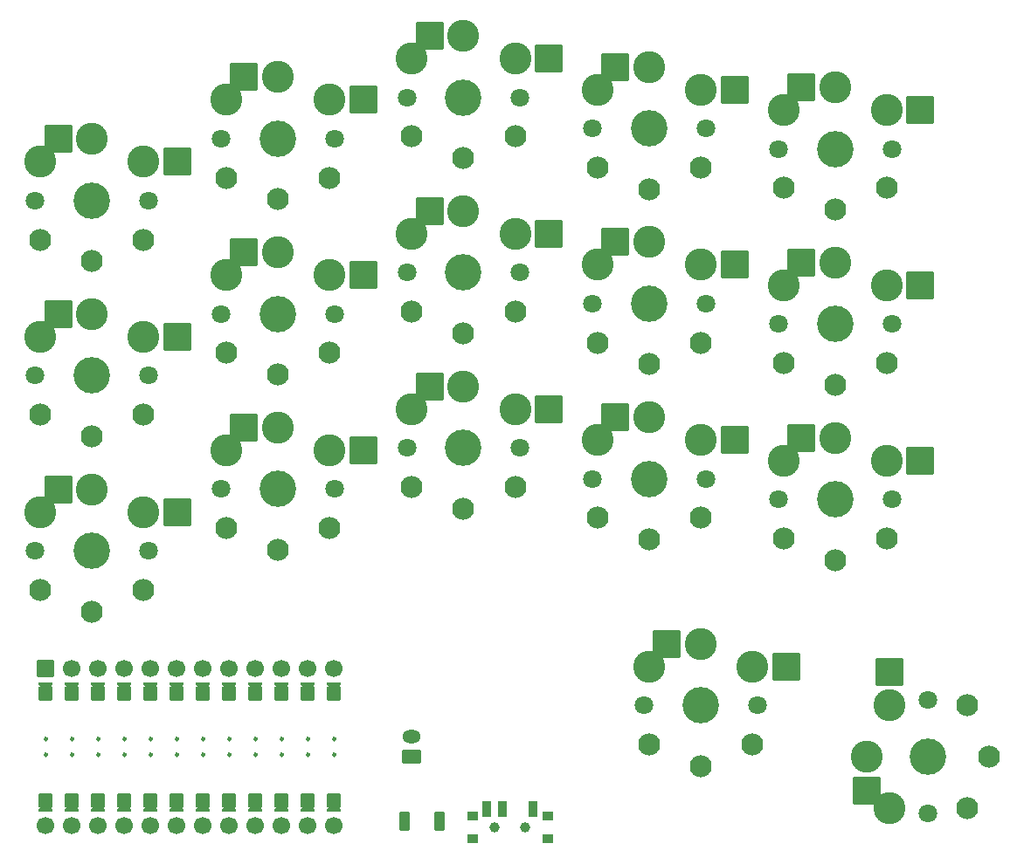
<source format=gbr>
%TF.GenerationSoftware,KiCad,Pcbnew,(6.0.9)*%
%TF.CreationDate,2022-12-19T17:51:50-06:00*%
%TF.ProjectId,gentle34,67656e74-6c65-4333-942e-6b696361645f,v1.0.0*%
%TF.SameCoordinates,Original*%
%TF.FileFunction,Soldermask,Bot*%
%TF.FilePolarity,Negative*%
%FSLAX46Y46*%
G04 Gerber Fmt 4.6, Leading zero omitted, Abs format (unit mm)*
G04 Created by KiCad (PCBNEW (6.0.9)) date 2022-12-19 17:51:50*
%MOMM*%
%LPD*%
G01*
G04 APERTURE LIST*
G04 Aperture macros list*
%AMRoundRect*
0 Rectangle with rounded corners*
0 $1 Rounding radius*
0 $2 $3 $4 $5 $6 $7 $8 $9 X,Y pos of 4 corners*
0 Add a 4 corners polygon primitive as box body*
4,1,4,$2,$3,$4,$5,$6,$7,$8,$9,$2,$3,0*
0 Add four circle primitives for the rounded corners*
1,1,$1+$1,$2,$3*
1,1,$1+$1,$4,$5*
1,1,$1+$1,$6,$7*
1,1,$1+$1,$8,$9*
0 Add four rect primitives between the rounded corners*
20,1,$1+$1,$2,$3,$4,$5,0*
20,1,$1+$1,$4,$5,$6,$7,0*
20,1,$1+$1,$6,$7,$8,$9,0*
20,1,$1+$1,$8,$9,$2,$3,0*%
%AMFreePoly0*
4,1,16,0.635355,1.035355,0.650000,1.000000,0.650000,-0.250000,0.635355,-0.285355,0.600000,-0.300000,-0.600000,-0.300000,-0.635355,-0.285355,-0.650000,-0.250000,-0.650000,1.000000,-0.635355,1.035355,-0.600000,1.050000,-0.564645,1.035355,0.000000,0.470710,0.564645,1.035355,0.600000,1.050000,0.635355,1.035355,0.635355,1.035355,$1*%
%AMFreePoly1*
4,1,14,0.635355,0.435355,0.650000,0.400000,0.650000,0.200000,0.635355,0.164645,0.035355,-0.435355,0.000000,-0.450000,-0.035355,-0.435355,-0.635355,0.164645,-0.650000,0.200000,-0.650000,0.400000,-0.635355,0.435355,-0.600000,0.450000,0.600000,0.450000,0.635355,0.435355,0.635355,0.435355,$1*%
G04 Aperture macros list end*
%ADD10C,0.250000*%
%ADD11C,0.100000*%
%ADD12C,3.529000*%
%ADD13C,1.801800*%
%ADD14C,3.100000*%
%ADD15RoundRect,0.050000X-1.300000X-1.300000X1.300000X-1.300000X1.300000X1.300000X-1.300000X1.300000X0*%
%ADD16C,2.132000*%
%ADD17RoundRect,0.050000X1.300000X-1.300000X1.300000X1.300000X-1.300000X1.300000X-1.300000X-1.300000X0*%
%ADD18C,1.700000*%
%ADD19RoundRect,0.050000X-0.800000X-0.800000X0.800000X-0.800000X0.800000X0.800000X-0.800000X0.800000X0*%
%ADD20FreePoly0,180.000000*%
%ADD21FreePoly1,180.000000*%
%ADD22FreePoly1,0.000000*%
%ADD23FreePoly0,0.000000*%
%ADD24C,1.000000*%
%ADD25RoundRect,0.050000X-0.350000X-0.750000X0.350000X-0.750000X0.350000X0.750000X-0.350000X0.750000X0*%
%ADD26RoundRect,0.050000X-0.500000X-0.400000X0.500000X-0.400000X0.500000X0.400000X-0.500000X0.400000X0*%
%ADD27RoundRect,0.050000X-0.450000X-0.850000X0.450000X-0.850000X0.450000X0.850000X-0.450000X0.850000X0*%
%ADD28RoundRect,0.050000X0.850000X-0.600000X0.850000X0.600000X-0.850000X0.600000X-0.850000X-0.600000X0*%
%ADD29O,1.800000X1.300000*%
G04 APERTURE END LIST*
D10*
%TO.C,MCU1*%
X41595000Y-19762000D02*
G75*
G03*
X41595000Y-19762000I-125000J0D01*
G01*
X41595000Y-18238000D02*
G75*
G03*
X41595000Y-18238000I-125000J0D01*
G01*
X39055000Y-19762000D02*
G75*
G03*
X39055000Y-19762000I-125000J0D01*
G01*
X39055000Y-18238000D02*
G75*
G03*
X39055000Y-18238000I-125000J0D01*
G01*
X36515000Y-19762000D02*
G75*
G03*
X36515000Y-19762000I-125000J0D01*
G01*
X36515000Y-18238000D02*
G75*
G03*
X36515000Y-18238000I-125000J0D01*
G01*
X33975000Y-19762000D02*
G75*
G03*
X33975000Y-19762000I-125000J0D01*
G01*
X33975000Y-18238000D02*
G75*
G03*
X33975000Y-18238000I-125000J0D01*
G01*
X31435000Y-19762000D02*
G75*
G03*
X31435000Y-19762000I-125000J0D01*
G01*
X31435000Y-18238000D02*
G75*
G03*
X31435000Y-18238000I-125000J0D01*
G01*
X28895000Y-19762000D02*
G75*
G03*
X28895000Y-19762000I-125000J0D01*
G01*
X28895000Y-18238000D02*
G75*
G03*
X28895000Y-18238000I-125000J0D01*
G01*
X26355000Y-19762000D02*
G75*
G03*
X26355000Y-19762000I-125000J0D01*
G01*
X26355000Y-18238000D02*
G75*
G03*
X26355000Y-18238000I-125000J0D01*
G01*
X23815000Y-19762000D02*
G75*
G03*
X23815000Y-19762000I-125000J0D01*
G01*
X23815000Y-18238000D02*
G75*
G03*
X23815000Y-18238000I-125000J0D01*
G01*
X21275000Y-19762000D02*
G75*
G03*
X21275000Y-19762000I-125000J0D01*
G01*
X21275000Y-18238000D02*
G75*
G03*
X21275000Y-18238000I-125000J0D01*
G01*
X18735000Y-19762000D02*
G75*
G03*
X18735000Y-19762000I-125000J0D01*
G01*
X18735000Y-18238000D02*
G75*
G03*
X18735000Y-18238000I-125000J0D01*
G01*
X16195000Y-18238000D02*
G75*
G03*
X16195000Y-18238000I-125000J0D01*
G01*
X16195000Y-19762000D02*
G75*
G03*
X16195000Y-19762000I-125000J0D01*
G01*
X13655000Y-19762000D02*
G75*
G03*
X13655000Y-19762000I-125000J0D01*
G01*
X13655000Y-18238000D02*
G75*
G03*
X13655000Y-18238000I-125000J0D01*
G01*
G36*
X41978000Y-13920000D02*
G01*
X40962000Y-13920000D01*
X40962000Y-12904000D01*
X41978000Y-12904000D01*
X41978000Y-13920000D01*
G37*
D11*
X41978000Y-13920000D02*
X40962000Y-13920000D01*
X40962000Y-12904000D01*
X41978000Y-12904000D01*
X41978000Y-13920000D01*
G36*
X39438000Y-13920000D02*
G01*
X38422000Y-13920000D01*
X38422000Y-12904000D01*
X39438000Y-12904000D01*
X39438000Y-13920000D01*
G37*
X39438000Y-13920000D02*
X38422000Y-13920000D01*
X38422000Y-12904000D01*
X39438000Y-12904000D01*
X39438000Y-13920000D01*
G36*
X36898000Y-13920000D02*
G01*
X35882000Y-13920000D01*
X35882000Y-12904000D01*
X36898000Y-12904000D01*
X36898000Y-13920000D01*
G37*
X36898000Y-13920000D02*
X35882000Y-13920000D01*
X35882000Y-12904000D01*
X36898000Y-12904000D01*
X36898000Y-13920000D01*
G36*
X34358000Y-13920000D02*
G01*
X33342000Y-13920000D01*
X33342000Y-12904000D01*
X34358000Y-12904000D01*
X34358000Y-13920000D01*
G37*
X34358000Y-13920000D02*
X33342000Y-13920000D01*
X33342000Y-12904000D01*
X34358000Y-12904000D01*
X34358000Y-13920000D01*
G36*
X31818000Y-13920000D02*
G01*
X30802000Y-13920000D01*
X30802000Y-12904000D01*
X31818000Y-12904000D01*
X31818000Y-13920000D01*
G37*
X31818000Y-13920000D02*
X30802000Y-13920000D01*
X30802000Y-12904000D01*
X31818000Y-12904000D01*
X31818000Y-13920000D01*
G36*
X29278000Y-13920000D02*
G01*
X28262000Y-13920000D01*
X28262000Y-12904000D01*
X29278000Y-12904000D01*
X29278000Y-13920000D01*
G37*
X29278000Y-13920000D02*
X28262000Y-13920000D01*
X28262000Y-12904000D01*
X29278000Y-12904000D01*
X29278000Y-13920000D01*
G36*
X26738000Y-13920000D02*
G01*
X25722000Y-13920000D01*
X25722000Y-12904000D01*
X26738000Y-12904000D01*
X26738000Y-13920000D01*
G37*
X26738000Y-13920000D02*
X25722000Y-13920000D01*
X25722000Y-12904000D01*
X26738000Y-12904000D01*
X26738000Y-13920000D01*
G36*
X24198000Y-13920000D02*
G01*
X23182000Y-13920000D01*
X23182000Y-12904000D01*
X24198000Y-12904000D01*
X24198000Y-13920000D01*
G37*
X24198000Y-13920000D02*
X23182000Y-13920000D01*
X23182000Y-12904000D01*
X24198000Y-12904000D01*
X24198000Y-13920000D01*
G36*
X21658000Y-13920000D02*
G01*
X20642000Y-13920000D01*
X20642000Y-12904000D01*
X21658000Y-12904000D01*
X21658000Y-13920000D01*
G37*
X21658000Y-13920000D02*
X20642000Y-13920000D01*
X20642000Y-12904000D01*
X21658000Y-12904000D01*
X21658000Y-13920000D01*
G36*
X19118000Y-13920000D02*
G01*
X18102000Y-13920000D01*
X18102000Y-12904000D01*
X19118000Y-12904000D01*
X19118000Y-13920000D01*
G37*
X19118000Y-13920000D02*
X18102000Y-13920000D01*
X18102000Y-12904000D01*
X19118000Y-12904000D01*
X19118000Y-13920000D01*
G36*
X16578000Y-13920000D02*
G01*
X15562000Y-13920000D01*
X15562000Y-12904000D01*
X16578000Y-12904000D01*
X16578000Y-13920000D01*
G37*
X16578000Y-13920000D02*
X15562000Y-13920000D01*
X15562000Y-12904000D01*
X16578000Y-12904000D01*
X16578000Y-13920000D01*
G36*
X14038000Y-13920000D02*
G01*
X13022000Y-13920000D01*
X13022000Y-12904000D01*
X14038000Y-12904000D01*
X14038000Y-13920000D01*
G37*
X14038000Y-13920000D02*
X13022000Y-13920000D01*
X13022000Y-12904000D01*
X14038000Y-12904000D01*
X14038000Y-13920000D01*
G36*
X41978000Y-25096000D02*
G01*
X40962000Y-25096000D01*
X40962000Y-24080000D01*
X41978000Y-24080000D01*
X41978000Y-25096000D01*
G37*
X41978000Y-25096000D02*
X40962000Y-25096000D01*
X40962000Y-24080000D01*
X41978000Y-24080000D01*
X41978000Y-25096000D01*
G36*
X39438000Y-25096000D02*
G01*
X38422000Y-25096000D01*
X38422000Y-24080000D01*
X39438000Y-24080000D01*
X39438000Y-25096000D01*
G37*
X39438000Y-25096000D02*
X38422000Y-25096000D01*
X38422000Y-24080000D01*
X39438000Y-24080000D01*
X39438000Y-25096000D01*
G36*
X36898000Y-25096000D02*
G01*
X35882000Y-25096000D01*
X35882000Y-24080000D01*
X36898000Y-24080000D01*
X36898000Y-25096000D01*
G37*
X36898000Y-25096000D02*
X35882000Y-25096000D01*
X35882000Y-24080000D01*
X36898000Y-24080000D01*
X36898000Y-25096000D01*
G36*
X34358000Y-25096000D02*
G01*
X33342000Y-25096000D01*
X33342000Y-24080000D01*
X34358000Y-24080000D01*
X34358000Y-25096000D01*
G37*
X34358000Y-25096000D02*
X33342000Y-25096000D01*
X33342000Y-24080000D01*
X34358000Y-24080000D01*
X34358000Y-25096000D01*
G36*
X31818000Y-25096000D02*
G01*
X30802000Y-25096000D01*
X30802000Y-24080000D01*
X31818000Y-24080000D01*
X31818000Y-25096000D01*
G37*
X31818000Y-25096000D02*
X30802000Y-25096000D01*
X30802000Y-24080000D01*
X31818000Y-24080000D01*
X31818000Y-25096000D01*
G36*
X29278000Y-25096000D02*
G01*
X28262000Y-25096000D01*
X28262000Y-24080000D01*
X29278000Y-24080000D01*
X29278000Y-25096000D01*
G37*
X29278000Y-25096000D02*
X28262000Y-25096000D01*
X28262000Y-24080000D01*
X29278000Y-24080000D01*
X29278000Y-25096000D01*
G36*
X26738000Y-25096000D02*
G01*
X25722000Y-25096000D01*
X25722000Y-24080000D01*
X26738000Y-24080000D01*
X26738000Y-25096000D01*
G37*
X26738000Y-25096000D02*
X25722000Y-25096000D01*
X25722000Y-24080000D01*
X26738000Y-24080000D01*
X26738000Y-25096000D01*
G36*
X24198000Y-25096000D02*
G01*
X23182000Y-25096000D01*
X23182000Y-24080000D01*
X24198000Y-24080000D01*
X24198000Y-25096000D01*
G37*
X24198000Y-25096000D02*
X23182000Y-25096000D01*
X23182000Y-24080000D01*
X24198000Y-24080000D01*
X24198000Y-25096000D01*
G36*
X21658000Y-25096000D02*
G01*
X20642000Y-25096000D01*
X20642000Y-24080000D01*
X21658000Y-24080000D01*
X21658000Y-25096000D01*
G37*
X21658000Y-25096000D02*
X20642000Y-25096000D01*
X20642000Y-24080000D01*
X21658000Y-24080000D01*
X21658000Y-25096000D01*
G36*
X19118000Y-25096000D02*
G01*
X18102000Y-25096000D01*
X18102000Y-24080000D01*
X19118000Y-24080000D01*
X19118000Y-25096000D01*
G37*
X19118000Y-25096000D02*
X18102000Y-25096000D01*
X18102000Y-24080000D01*
X19118000Y-24080000D01*
X19118000Y-25096000D01*
G36*
X16578000Y-25096000D02*
G01*
X15562000Y-25096000D01*
X15562000Y-24080000D01*
X16578000Y-24080000D01*
X16578000Y-25096000D01*
G37*
X16578000Y-25096000D02*
X15562000Y-25096000D01*
X15562000Y-24080000D01*
X16578000Y-24080000D01*
X16578000Y-25096000D01*
G36*
X14038000Y-25096000D02*
G01*
X13022000Y-25096000D01*
X13022000Y-24080000D01*
X14038000Y-24080000D01*
X14038000Y-25096000D01*
G37*
X14038000Y-25096000D02*
X13022000Y-25096000D01*
X13022000Y-24080000D01*
X14038000Y-24080000D01*
X14038000Y-25096000D01*
%TD*%
D12*
%TO.C,S1*%
X18000000Y0D03*
D13*
X23500000Y0D03*
X12500000Y0D03*
D14*
X23000000Y3750000D03*
X18000000Y5950000D03*
D15*
X14725000Y5950000D03*
X26275000Y3750000D03*
D14*
X13000000Y3750000D03*
X18000000Y5950000D03*
%TD*%
D12*
%TO.C,S2*%
X18000000Y0D03*
D13*
X12500000Y0D03*
X23500000Y0D03*
D16*
X13000000Y-3800000D03*
X18000000Y-5900000D03*
X23000000Y-3800000D03*
X18000000Y-5900000D03*
%TD*%
D12*
%TO.C,S3*%
X18000000Y17000000D03*
D13*
X23500000Y17000000D03*
X12500000Y17000000D03*
D14*
X23000000Y20750000D03*
X18000000Y22950000D03*
D15*
X14725000Y22950000D03*
X26275000Y20750000D03*
D14*
X13000000Y20750000D03*
X18000000Y22950000D03*
%TD*%
D12*
%TO.C,S4*%
X18000000Y17000000D03*
D13*
X12500000Y17000000D03*
X23500000Y17000000D03*
D16*
X13000000Y13200000D03*
X18000000Y11100000D03*
X23000000Y13200000D03*
X18000000Y11100000D03*
%TD*%
D12*
%TO.C,S5*%
X18000000Y34000000D03*
D13*
X23500000Y34000000D03*
X12500000Y34000000D03*
D14*
X23000000Y37750000D03*
X18000000Y39950000D03*
D15*
X14725000Y39950000D03*
X26275000Y37750000D03*
D14*
X13000000Y37750000D03*
X18000000Y39950000D03*
%TD*%
D12*
%TO.C,S6*%
X18000000Y34000000D03*
D13*
X12500000Y34000000D03*
X23500000Y34000000D03*
D16*
X13000000Y30200000D03*
X18000000Y28100000D03*
X23000000Y30200000D03*
X18000000Y28100000D03*
%TD*%
D12*
%TO.C,S7*%
X36000000Y6000000D03*
D13*
X41500000Y6000000D03*
X30500000Y6000000D03*
D14*
X41000000Y9750000D03*
X36000000Y11950000D03*
D15*
X32725000Y11950000D03*
X44275000Y9750000D03*
D14*
X31000000Y9750000D03*
X36000000Y11950000D03*
%TD*%
D12*
%TO.C,S8*%
X36000000Y6000000D03*
D13*
X30500000Y6000000D03*
X41500000Y6000000D03*
D16*
X31000000Y2200000D03*
X36000000Y100000D03*
X41000000Y2200000D03*
X36000000Y100000D03*
%TD*%
D12*
%TO.C,S9*%
X36000000Y23000000D03*
D13*
X41500000Y23000000D03*
X30500000Y23000000D03*
D14*
X41000000Y26750000D03*
X36000000Y28950000D03*
D15*
X32725000Y28950000D03*
X44275000Y26750000D03*
D14*
X31000000Y26750000D03*
X36000000Y28950000D03*
%TD*%
D12*
%TO.C,S10*%
X36000000Y23000000D03*
D13*
X30500000Y23000000D03*
X41500000Y23000000D03*
D16*
X31000000Y19200000D03*
X36000000Y17100000D03*
X41000000Y19200000D03*
X36000000Y17100000D03*
%TD*%
D12*
%TO.C,S11*%
X36000000Y40000000D03*
D13*
X41500000Y40000000D03*
X30500000Y40000000D03*
D14*
X41000000Y43750000D03*
X36000000Y45950000D03*
D15*
X32725000Y45950000D03*
X44275000Y43750000D03*
D14*
X31000000Y43750000D03*
X36000000Y45950000D03*
%TD*%
D12*
%TO.C,S12*%
X36000000Y40000000D03*
D13*
X30500000Y40000000D03*
X41500000Y40000000D03*
D16*
X31000000Y36200000D03*
X36000000Y34100000D03*
X41000000Y36200000D03*
X36000000Y34100000D03*
%TD*%
D12*
%TO.C,S13*%
X54000000Y10000000D03*
D13*
X59500000Y10000000D03*
X48500000Y10000000D03*
D14*
X59000000Y13750000D03*
X54000000Y15950000D03*
D15*
X50725000Y15950000D03*
X62275000Y13750000D03*
D14*
X49000000Y13750000D03*
X54000000Y15950000D03*
%TD*%
D12*
%TO.C,S14*%
X54000000Y10000000D03*
D13*
X48500000Y10000000D03*
X59500000Y10000000D03*
D16*
X49000000Y6200000D03*
X54000000Y4100000D03*
X59000000Y6200000D03*
X54000000Y4100000D03*
%TD*%
D12*
%TO.C,S15*%
X54000000Y27000000D03*
D13*
X59500000Y27000000D03*
X48500000Y27000000D03*
D14*
X59000000Y30750000D03*
X54000000Y32950000D03*
D15*
X50725000Y32950000D03*
X62275000Y30750000D03*
D14*
X49000000Y30750000D03*
X54000000Y32950000D03*
%TD*%
D12*
%TO.C,S16*%
X54000000Y27000000D03*
D13*
X48500000Y27000000D03*
X59500000Y27000000D03*
D16*
X49000000Y23200000D03*
X54000000Y21100000D03*
X59000000Y23200000D03*
X54000000Y21100000D03*
%TD*%
D12*
%TO.C,S17*%
X54000000Y44000000D03*
D13*
X59500000Y44000000D03*
X48500000Y44000000D03*
D14*
X59000000Y47750000D03*
X54000000Y49950000D03*
D15*
X50725000Y49950000D03*
X62275000Y47750000D03*
D14*
X49000000Y47750000D03*
X54000000Y49950000D03*
%TD*%
D12*
%TO.C,S18*%
X54000000Y44000000D03*
D13*
X48500000Y44000000D03*
X59500000Y44000000D03*
D16*
X49000000Y40200000D03*
X54000000Y38100000D03*
X59000000Y40200000D03*
X54000000Y38100000D03*
%TD*%
D12*
%TO.C,S19*%
X72000000Y7000000D03*
D13*
X77500000Y7000000D03*
X66500000Y7000000D03*
D14*
X77000000Y10750000D03*
X72000000Y12950000D03*
D15*
X68725000Y12950000D03*
X80275000Y10750000D03*
D14*
X67000000Y10750000D03*
X72000000Y12950000D03*
%TD*%
D12*
%TO.C,S20*%
X72000000Y7000000D03*
D13*
X66500000Y7000000D03*
X77500000Y7000000D03*
D16*
X67000000Y3200000D03*
X72000000Y1100000D03*
X77000000Y3200000D03*
X72000000Y1100000D03*
%TD*%
D12*
%TO.C,S21*%
X72000000Y24000000D03*
D13*
X77500000Y24000000D03*
X66500000Y24000000D03*
D14*
X77000000Y27750000D03*
X72000000Y29950000D03*
D15*
X68725000Y29950000D03*
X80275000Y27750000D03*
D14*
X67000000Y27750000D03*
X72000000Y29950000D03*
%TD*%
D12*
%TO.C,S22*%
X72000000Y24000000D03*
D13*
X66500000Y24000000D03*
X77500000Y24000000D03*
D16*
X67000000Y20200000D03*
X72000000Y18100000D03*
X77000000Y20200000D03*
X72000000Y18100000D03*
%TD*%
D12*
%TO.C,S23*%
X72000000Y41000000D03*
D13*
X77500000Y41000000D03*
X66500000Y41000000D03*
D14*
X77000000Y44750000D03*
X72000000Y46950000D03*
D15*
X68725000Y46950000D03*
X80275000Y44750000D03*
D14*
X67000000Y44750000D03*
X72000000Y46950000D03*
%TD*%
D12*
%TO.C,S24*%
X72000000Y41000000D03*
D13*
X66500000Y41000000D03*
X77500000Y41000000D03*
D16*
X67000000Y37200000D03*
X72000000Y35100000D03*
X77000000Y37200000D03*
X72000000Y35100000D03*
%TD*%
D12*
%TO.C,S25*%
X90000000Y5000000D03*
D13*
X95500000Y5000000D03*
X84500000Y5000000D03*
D14*
X95000000Y8750000D03*
X90000000Y10950000D03*
D15*
X86725000Y10950000D03*
X98275000Y8750000D03*
D14*
X85000000Y8750000D03*
X90000000Y10950000D03*
%TD*%
D12*
%TO.C,S26*%
X90000000Y5000000D03*
D13*
X84500000Y5000000D03*
X95500000Y5000000D03*
D16*
X85000000Y1200000D03*
X90000000Y-900000D03*
X95000000Y1200000D03*
X90000000Y-900000D03*
%TD*%
D12*
%TO.C,S27*%
X90000000Y22000000D03*
D13*
X95500000Y22000000D03*
X84500000Y22000000D03*
D14*
X95000000Y25750000D03*
X90000000Y27950000D03*
D15*
X86725000Y27950000D03*
X98275000Y25750000D03*
D14*
X85000000Y25750000D03*
X90000000Y27950000D03*
%TD*%
D12*
%TO.C,S28*%
X90000000Y22000000D03*
D13*
X84500000Y22000000D03*
X95500000Y22000000D03*
D16*
X85000000Y18200000D03*
X90000000Y16100000D03*
X95000000Y18200000D03*
X90000000Y16100000D03*
%TD*%
D12*
%TO.C,S29*%
X90000000Y39000000D03*
D13*
X95500000Y39000000D03*
X84500000Y39000000D03*
D14*
X95000000Y42750000D03*
X90000000Y44950000D03*
D15*
X86725000Y44950000D03*
X98275000Y42750000D03*
D14*
X85000000Y42750000D03*
X90000000Y44950000D03*
%TD*%
D12*
%TO.C,S30*%
X90000000Y39000000D03*
D13*
X84500000Y39000000D03*
X95500000Y39000000D03*
D16*
X85000000Y35200000D03*
X90000000Y33100000D03*
X95000000Y35200000D03*
X90000000Y33100000D03*
%TD*%
D12*
%TO.C,S31*%
X77000000Y-15000000D03*
D13*
X82500000Y-15000000D03*
X71500000Y-15000000D03*
D14*
X82000000Y-11250000D03*
X77000000Y-9050000D03*
D15*
X73725000Y-9050000D03*
X85275000Y-11250000D03*
D14*
X72000000Y-11250000D03*
X77000000Y-9050000D03*
%TD*%
D12*
%TO.C,S32*%
X77000000Y-15000000D03*
D13*
X71500000Y-15000000D03*
X82500000Y-15000000D03*
D16*
X72000000Y-18800000D03*
X77000000Y-20900000D03*
X82000000Y-18800000D03*
X77000000Y-20900000D03*
%TD*%
D12*
%TO.C,S33*%
X99000000Y-20000000D03*
D13*
X99000000Y-14500000D03*
X99000000Y-25500000D03*
D14*
X95250000Y-15000000D03*
X93050000Y-20000000D03*
D17*
X93050000Y-23275000D03*
X95250000Y-11725000D03*
D14*
X95250000Y-25000000D03*
X93050000Y-20000000D03*
%TD*%
D12*
%TO.C,S34*%
X99000000Y-20000000D03*
D13*
X99000000Y-25500000D03*
X99000000Y-14500000D03*
D16*
X102800000Y-25000000D03*
X104900000Y-20000000D03*
X102800000Y-15000000D03*
X104900000Y-20000000D03*
%TD*%
D18*
%TO.C,MCU1*%
X13530000Y-26620000D03*
X16070000Y-26620000D03*
X18610000Y-26620000D03*
X21150000Y-26620000D03*
X23690000Y-26620000D03*
X26230000Y-26620000D03*
X28770000Y-26620000D03*
X31310000Y-26620000D03*
X33850000Y-26620000D03*
X36390000Y-26620000D03*
X38930000Y-26620000D03*
X41470000Y-26620000D03*
X41470000Y-11380000D03*
X38930000Y-11380000D03*
X36390000Y-11380000D03*
X33850000Y-11380000D03*
X31310000Y-11380000D03*
X28770000Y-11380000D03*
X26230000Y-11380000D03*
X23690000Y-11380000D03*
X21150000Y-11380000D03*
X18610000Y-11380000D03*
X16070000Y-11380000D03*
X13530000Y-11380000D03*
D19*
X13530000Y-11380000D03*
D20*
X13530000Y-23826000D03*
D21*
X13530000Y-24842000D03*
X16070000Y-24842000D03*
D20*
X16070000Y-23826000D03*
D21*
X18610000Y-24842000D03*
D20*
X18610000Y-23826000D03*
D21*
X21150000Y-24842000D03*
D20*
X21150000Y-23826000D03*
D21*
X23690000Y-24842000D03*
D20*
X23690000Y-23826000D03*
D21*
X26230000Y-24842000D03*
D20*
X26230000Y-23826000D03*
D21*
X28770000Y-24842000D03*
D20*
X28770000Y-23826000D03*
D21*
X31310000Y-24842000D03*
D20*
X31310000Y-23826000D03*
D21*
X33850000Y-24842000D03*
D20*
X33850000Y-23826000D03*
D21*
X36390000Y-24842000D03*
D20*
X36390000Y-23826000D03*
D21*
X38930000Y-24842000D03*
D20*
X38930000Y-23826000D03*
D21*
X41470000Y-24842000D03*
D20*
X41470000Y-23826000D03*
D22*
X13530000Y-13158000D03*
D23*
X13530000Y-14174000D03*
X16070000Y-14174000D03*
D22*
X16070000Y-13158000D03*
D23*
X18610000Y-14174000D03*
D22*
X18610000Y-13158000D03*
D23*
X21150000Y-14174000D03*
D22*
X21150000Y-13158000D03*
D23*
X23690000Y-14174000D03*
D22*
X23690000Y-13158000D03*
D23*
X26230000Y-14174000D03*
D22*
X26230000Y-13158000D03*
D23*
X28770000Y-14174000D03*
D22*
X28770000Y-13158000D03*
D23*
X31310000Y-14174000D03*
D22*
X31310000Y-13158000D03*
D23*
X33850000Y-14174000D03*
D22*
X33850000Y-13158000D03*
D23*
X36390000Y-14174000D03*
D22*
X36390000Y-13158000D03*
D23*
X38930000Y-14174000D03*
D22*
X38930000Y-13158000D03*
D23*
X41470000Y-14174000D03*
D22*
X41470000Y-13158000D03*
%TD*%
D24*
%TO.C,*%
X57000000Y-26830000D03*
X60000000Y-26830000D03*
X57000000Y-26830000D03*
X60000000Y-26830000D03*
D25*
X60750000Y-25070000D03*
X57750000Y-25070000D03*
X56250000Y-25070000D03*
D26*
X62150000Y-27930000D03*
X54850000Y-27930000D03*
X54850000Y-25720000D03*
X62150000Y-25720000D03*
%TD*%
D27*
%TO.C,*%
X48300000Y-26250000D03*
X51700000Y-26250000D03*
%TD*%
D28*
%TO.C,JST1*%
X49000000Y-20000000D03*
D29*
X49000000Y-18000000D03*
%TD*%
M02*

</source>
